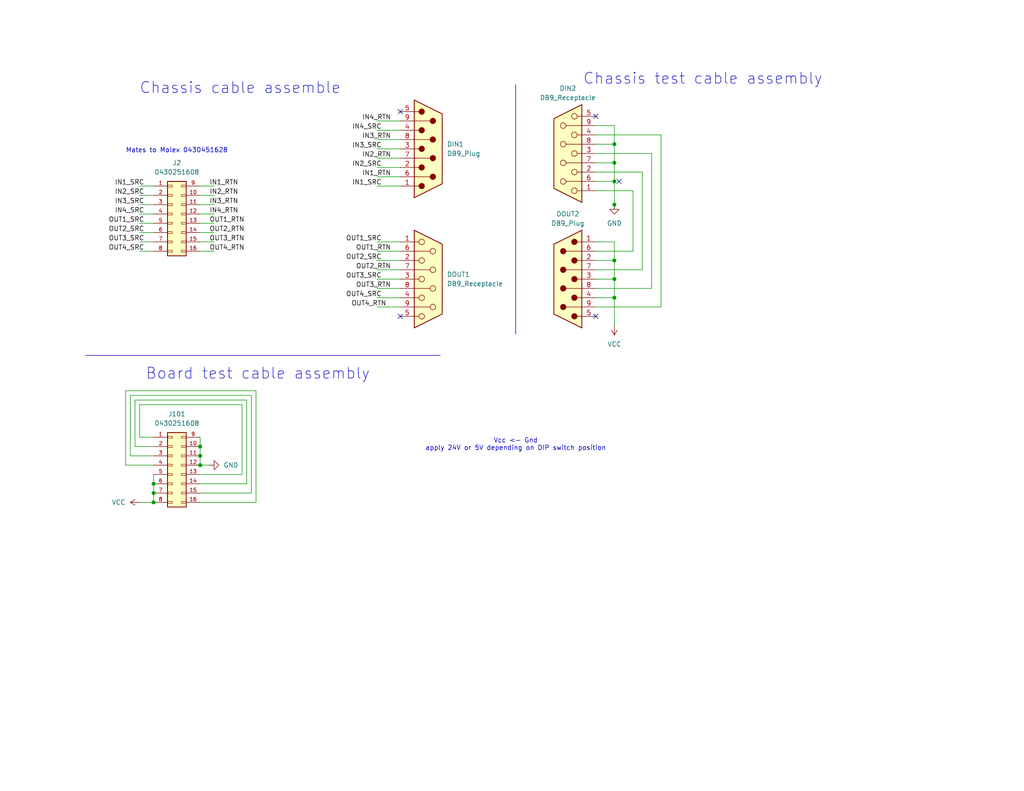
<source format=kicad_sch>
(kicad_sch (version 20231120) (generator "eeschema") (generator_version "8.0")
  (paper "USLetter")
  (title_block (title "Quartz MPS I/O Wire Harnesses") (company "Osprey DCS"))
  (lib_symbols
    (symbol "0local:430451628" (pin_names (offset 1.016))
      (property "Reference" "J2" (at 0 16.51 0))
      (property "Value" "430451628" (at 0 13.97 0))
      (symbol "430451628_0_0"
        (rectangle (start -2.54 11.43) (end 2.54 -8.89) (stroke (width 0.254)) (fill (type background)))
        (polyline (pts (xy -2.54 -7.874) (xy -1.27 -7.874)) (stroke (width 0.127)))
        (polyline (pts (xy -2.54 -7.366) (xy -1.27 -7.366)) (stroke (width 0.127)))
        (polyline (pts (xy -2.54 -5.334) (xy -1.27 -5.334)) (stroke (width 0.127)))
        (polyline (pts (xy -2.54 -4.826) (xy -1.27 -4.826)) (stroke (width 0.127)))
        (polyline (pts (xy -2.54 -2.794) (xy -1.27 -2.794)) (stroke (width 0.127)))
        (polyline (pts (xy -2.54 -2.286) (xy -1.27 -2.286)) (stroke (width 0.127)))
        (polyline (pts (xy -2.54 -0.254) (xy -1.27 -0.254)) (stroke (width 0.127)))
        (polyline (pts (xy -2.54 0.254) (xy -1.27 0.254)) (stroke (width 0.127)))
        (polyline (pts (xy -2.54 2.286) (xy -1.27 2.286)) (stroke (width 0.127)))
        (polyline (pts (xy -2.54 2.794) (xy -1.27 2.794)) (stroke (width 0.127)))
        (polyline (pts (xy -2.54 4.826) (xy -1.27 4.826)) (stroke (width 0.127)))
        (polyline (pts (xy -2.54 5.334) (xy -1.27 5.334)) (stroke (width 0.127)))
        (polyline (pts (xy -2.54 7.366) (xy -1.27 7.366)) (stroke (width 0.127)))
        (polyline (pts (xy -2.54 7.874) (xy -1.27 7.874)) (stroke (width 0.127)))
        (polyline (pts (xy -2.54 9.906) (xy -1.27 9.906)) (stroke (width 0.127)))
        (polyline (pts (xy -2.54 10.414) (xy -1.27 10.414)) (stroke (width 0.127)))
        (polyline (pts (xy -1.27 -7.366) (xy -1.27 -7.874)) (stroke (width 0.127)))
        (polyline (pts (xy -1.27 -4.826) (xy -1.27 -5.334)) (stroke (width 0.127)))
        (polyline (pts (xy -1.27 -2.286) (xy -1.27 -2.794)) (stroke (width 0.127)))
        (polyline (pts (xy -1.27 0.254) (xy -1.27 -0.254)) (stroke (width 0.127)))
        (polyline (pts (xy -1.27 2.794) (xy -1.27 2.286)) (stroke (width 0.127)))
        (polyline (pts (xy -1.27 5.334) (xy -1.27 4.826)) (stroke (width 0.127)))
        (polyline (pts (xy -1.27 7.874) (xy -1.27 7.366)) (stroke (width 0.127)))
        (polyline (pts (xy -1.27 10.414) (xy -1.27 9.906)) (stroke (width 0.127)))
        (polyline (pts (xy 1.27 -7.366) (xy 1.27 -7.874)) (stroke (width 0.127)))
        (polyline (pts (xy 1.27 -4.826) (xy 1.27 -5.334)) (stroke (width 0.127)))
        (polyline (pts (xy 1.27 -2.286) (xy 1.27 -2.794)) (stroke (width 0.127)))
        (polyline (pts (xy 1.27 0.254) (xy 1.27 -0.254)) (stroke (width 0.127)))
        (polyline (pts (xy 1.27 2.794) (xy 1.27 2.286)) (stroke (width 0.127)))
        (polyline (pts (xy 1.27 5.334) (xy 1.27 4.826)) (stroke (width 0.127)))
        (polyline (pts (xy 1.27 7.874) (xy 1.27 7.366)) (stroke (width 0.127)))
        (polyline (pts (xy 1.27 10.414) (xy 1.27 9.906)) (stroke (width 0.127)))
        (polyline (pts (xy 2.54 -7.874) (xy 1.27 -7.874)) (stroke (width 0.127)))
        (polyline (pts (xy 2.54 -7.366) (xy 1.27 -7.366)) (stroke (width 0.127)))
        (polyline (pts (xy 2.54 -5.334) (xy 1.27 -5.334)) (stroke (width 0.127)))
        (polyline (pts (xy 2.54 -4.826) (xy 1.27 -4.826)) (stroke (width 0.127)))
        (polyline (pts (xy 2.54 -2.794) (xy 1.27 -2.794)) (stroke (width 0.127)))
        (polyline (pts (xy 2.54 -2.286) (xy 1.27 -2.286)) (stroke (width 0.127)))
        (polyline (pts (xy 2.54 -0.254) (xy 1.27 -0.254)) (stroke (width 0.127)))
        (polyline (pts (xy 2.54 0.254) (xy 1.27 0.254)) (stroke (width 0.127)))
        (polyline (pts (xy 2.54 2.286) (xy 1.27 2.286)) (stroke (width 0.127)))
        (polyline (pts (xy 2.54 2.794) (xy 1.27 2.794)) (stroke (width 0.127)))
        (polyline (pts (xy 2.54 4.826) (xy 1.27 4.826)) (stroke (width 0.127)))
        (polyline (pts (xy 2.54 5.334) (xy 1.27 5.334)) (stroke (width 0.127)))
        (polyline (pts (xy 2.54 7.366) (xy 1.27 7.366)) (stroke (width 0.127)))
        (polyline (pts (xy 2.54 7.874) (xy 1.27 7.874)) (stroke (width 0.127)))
        (polyline (pts (xy 2.54 9.906) (xy 1.27 9.906)) (stroke (width 0.127)))
        (polyline (pts (xy 2.54 10.414) (xy 1.27 10.414)) (stroke (width 0.127)))
      )
      (symbol "430451628_1_0"
        (pin passive line (at -6.35 10.16 0) (length 3.81) (name "") (number "1"))
        (pin passive line (at 6.35 7.62 180) (length 3.81) (name "") (number "10"))
        (pin passive line (at 6.35 5.08 180) (length 3.81) (name "") (number "11"))
        (pin passive line (at 6.35 2.54 180) (length 3.81) (name "") (number "12"))
        (pin passive line (at 6.35 0 180) (length 3.81) (name "") (number "13"))
        (pin passive line (at 6.35 -2.54 180) (length 3.81) (name "") (number "14"))
        (pin passive line (at 6.35 -5.08 180) (length 3.81) (name "") (number "15"))
        (pin passive line (at 6.35 -7.62 180) (length 3.81) (name "") (number "16"))
        (pin passive line (at -6.35 7.62 0) (length 3.81) (name "") (number "2"))
        (pin passive line (at -6.35 5.08 0) (length 3.81) (name "") (number "3"))
        (pin passive line (at -6.35 2.54 0) (length 3.81) (name "") (number "4"))
        (pin passive line (at -6.35 0 0) (length 3.81) (name "") (number "5"))
        (pin passive line (at -6.35 -2.54 0) (length 3.81) (name "") (number "6"))
        (pin passive line (at -6.35 -5.08 0) (length 3.81) (name "") (number "7"))
        (pin passive line (at -6.35 -7.62 0) (length 3.81) (name "") (number "8"))
        (pin passive line (at 6.35 10.16 180) (length 3.81) (name "") (number "9"))
      )
    )
    (symbol "Connector:DE9_Plug" (pin_names (offset 1.016) hide)
      (property "Reference" "J" (at 0 13.97 0))
      (property "Value" "DE9_Plug" (at 0 -14.605 0))
      (symbol "DE9_Plug_0_1"
        (circle (center -1.778 -10.16) (radius 0.762) (fill (type outline)))
        (circle (center -1.778 -5.08) (radius 0.762) (fill (type outline)))
        (circle (center -1.778 0) (radius 0.762) (fill (type outline)))
        (circle (center -1.778 5.08) (radius 0.762) (fill (type outline)))
        (circle (center -1.778 10.16) (radius 0.762) (fill (type outline)))
        (polyline (pts (xy -3.81 -10.16) (xy -2.54 -10.16)))
        (polyline (pts (xy -3.81 -7.62) (xy 0.508 -7.62)))
        (polyline (pts (xy -3.81 -5.08) (xy -2.54 -5.08)))
        (polyline (pts (xy -3.81 -2.54) (xy 0.508 -2.54)))
        (polyline (pts (xy -3.81 0) (xy -2.54 0)))
        (polyline (pts (xy -3.81 2.54) (xy 0.508 2.54)))
        (polyline (pts (xy -3.81 5.08) (xy -2.54 5.08)))
        (polyline (pts (xy -3.81 7.62) (xy 0.508 7.62)))
        (polyline (pts (xy -3.81 10.16) (xy -2.54 10.16)))
        (polyline (pts (xy -3.81 -13.335) (xy -3.81 13.335) (xy 3.81 9.525) (xy 3.81 -9.525) (xy -3.81 -13.335)) (stroke (width 0.254)) (fill (type background)))
        (circle (center 1.27 -7.62) (radius 0.762) (fill (type outline)))
        (circle (center 1.27 -2.54) (radius 0.762) (fill (type outline)))
        (circle (center 1.27 2.54) (radius 0.762) (fill (type outline)))
        (circle (center 1.27 7.62) (radius 0.762) (fill (type outline)))
      )
      (symbol "DE9_Plug_1_1"
        (pin passive line (at -7.62 -10.16 0) (length 3.81) (name "1") (number "1"))
        (pin passive line (at -7.62 -5.08 0) (length 3.81) (name "2") (number "2"))
        (pin passive line (at -7.62 0 0) (length 3.81) (name "3") (number "3"))
        (pin passive line (at -7.62 5.08 0) (length 3.81) (name "4") (number "4"))
        (pin passive line (at -7.62 10.16 0) (length 3.81) (name "5") (number "5"))
        (pin passive line (at -7.62 -7.62 0) (length 3.81) (name "6") (number "6"))
        (pin passive line (at -7.62 -2.54 0) (length 3.81) (name "7") (number "7"))
        (pin passive line (at -7.62 2.54 0) (length 3.81) (name "8") (number "8"))
        (pin passive line (at -7.62 7.62 0) (length 3.81) (name "9") (number "9"))
      )
    )
    (symbol "Connector:DE9_Receptacle" (pin_names (offset 1.016) hide)
      (property "Reference" "J" (at 0 13.97 0))
      (property "Value" "DE9_Receptacle" (at 0 -14.605 0))
      (symbol "DE9_Receptacle_0_1"
        (circle (center -1.778 -10.16) (radius 0.762))
        (circle (center -1.778 -5.08) (radius 0.762))
        (circle (center -1.778 0) (radius 0.762))
        (circle (center -1.778 5.08) (radius 0.762))
        (circle (center -1.778 10.16) (radius 0.762))
        (polyline (pts (xy -3.81 -10.16) (xy -2.54 -10.16)))
        (polyline (pts (xy -3.81 -7.62) (xy 0.508 -7.62)))
        (polyline (pts (xy -3.81 -5.08) (xy -2.54 -5.08)))
        (polyline (pts (xy -3.81 -2.54) (xy 0.508 -2.54)))
        (polyline (pts (xy -3.81 0) (xy -2.54 0)))
        (polyline (pts (xy -3.81 2.54) (xy 0.508 2.54)))
        (polyline (pts (xy -3.81 5.08) (xy -2.54 5.08)))
        (polyline (pts (xy -3.81 7.62) (xy 0.508 7.62)))
        (polyline (pts (xy -3.81 10.16) (xy -2.54 10.16)))
        (polyline (pts (xy -3.81 13.335) (xy -3.81 -13.335) (xy 3.81 -9.525) (xy 3.81 9.525) (xy -3.81 13.335)) (stroke (width 0.254)) (fill (type background)))
        (circle (center 1.27 -7.62) (radius 0.762))
        (circle (center 1.27 -2.54) (radius 0.762))
        (circle (center 1.27 2.54) (radius 0.762))
        (circle (center 1.27 7.62) (radius 0.762))
      )
      (symbol "DE9_Receptacle_1_1"
        (pin passive line (at -7.62 10.16 0) (length 3.81) (name "1") (number "1"))
        (pin passive line (at -7.62 5.08 0) (length 3.81) (name "2") (number "2"))
        (pin passive line (at -7.62 0 0) (length 3.81) (name "3") (number "3"))
        (pin passive line (at -7.62 -5.08 0) (length 3.81) (name "4") (number "4"))
        (pin passive line (at -7.62 -10.16 0) (length 3.81) (name "5") (number "5"))
        (pin passive line (at -7.62 7.62 0) (length 3.81) (name "6") (number "6"))
        (pin passive line (at -7.62 2.54 0) (length 3.81) (name "7") (number "7"))
        (pin passive line (at -7.62 -2.54 0) (length 3.81) (name "8") (number "8"))
        (pin passive line (at -7.62 -7.62 0) (length 3.81) (name "9") (number "9"))
      )
    )
    (symbol "power:GND" (power) (pin_numbers hide) (pin_names (offset 0) hide)
      (property "Value" "GND" (at 0 -3.81 0))
      (symbol "GND_0_1"
        (polyline (pts (xy 0 0) (xy 0 -1.27) (xy 1.27 -1.27) (xy 0 -2.54) (xy -1.27 -1.27) (xy 0 -1.27)))
      )
      (symbol "GND_1_1"
        (pin power_in line (at 0 0 270) (length 0) (name "~") (number "1"))
      )
    )
    (symbol "power:VCC" (power) (pin_numbers hide) (pin_names (offset 0) hide)
      (property "Value" "VCC" (at 0 3.556 0))
      (symbol "VCC_0_1"
        (polyline (pts (xy -0.762 1.27) (xy 0 2.54)))
        (polyline (pts (xy 0 0) (xy 0 2.54)))
        (polyline (pts (xy 0 2.54) (xy 0.762 1.27)))
      )
      (symbol "VCC_1_1"
        (pin power_in line (at 0 0 90) (length 0) (name "~") (number "1"))
      )
    )
  )
  (junction (at 167.64 55.88))
  (junction (at 54.61 121.92))
  (junction (at 41.91 137.16))
  (junction (at 167.64 81.28))
  (junction (at 167.64 76.2))
  (junction (at 54.61 124.46))
  (junction (at 167.64 39.37))
  (junction (at 54.61 127))
  (junction (at 167.64 49.53))
  (junction (at 41.91 132.08))
  (junction (at 167.64 71.12))
  (junction (at 41.91 134.62))
  (junction (at 167.64 44.45))
  (no_connect (at 168.91 49.53))
  (no_connect (at 162.56 31.75))
  (no_connect (at 162.56 86.36))
  (no_connect (at 109.22 30.48))
  (no_connect (at 109.22 86.36))
  (wire (pts (xy 175.26 46.99) (xy 175.26 73.66)))
  (wire (pts (xy 41.91 119.38) (xy 38.1 119.38)))
  (wire (pts (xy 38.1 50.8) (xy 41.91 50.8)))
  (wire (pts (xy 66.04 129.54) (xy 54.61 129.54)))
  (wire (pts (xy 38.1 66.04) (xy 41.91 66.04)))
  (wire (pts (xy 167.64 39.37) (xy 167.64 44.45)))
  (wire (pts (xy 67.31 132.08) (xy 54.61 132.08)))
  (wire (pts (xy 54.61 66.04) (xy 58.42 66.04)))
  (wire (pts (xy 102.87 50.8) (xy 109.22 50.8)))
  (wire (pts (xy 54.61 55.88) (xy 58.42 55.88)))
  (wire (pts (xy 180.34 36.83) (xy 180.34 83.82)))
  (wire (pts (xy 38.1 60.96) (xy 41.91 60.96)))
  (wire (pts (xy 162.56 36.83) (xy 180.34 36.83)))
  (polyline (pts (xy 140.716 23.114) (xy 140.716 91.186)))
  (wire (pts (xy 54.61 119.38) (xy 54.61 121.92)))
  (wire (pts (xy 67.31 109.22) (xy 67.31 132.08)))
  (wire (pts (xy 102.87 38.1) (xy 109.22 38.1)))
  (wire (pts (xy 41.91 134.62) (xy 41.91 137.16)))
  (wire (pts (xy 54.61 124.46) (xy 54.61 127)))
  (wire (pts (xy 38.1 119.38) (xy 38.1 110.49)))
  (wire (pts (xy 177.8 78.74) (xy 162.56 78.74)))
  (wire (pts (xy 35.56 107.95) (xy 68.58 107.95)))
  (wire (pts (xy 68.58 134.62) (xy 54.61 134.62)))
  (wire (pts (xy 172.72 68.58) (xy 162.56 68.58)))
  (wire (pts (xy 102.87 73.66) (xy 109.22 73.66)))
  (wire (pts (xy 162.56 39.37) (xy 167.64 39.37)))
  (wire (pts (xy 162.56 76.2) (xy 167.64 76.2)))
  (wire (pts (xy 102.87 68.58) (xy 109.22 68.58)))
  (wire (pts (xy 177.8 41.91) (xy 177.8 78.74)))
  (wire (pts (xy 34.29 106.68) (xy 69.85 106.68)))
  (wire (pts (xy 167.64 44.45) (xy 167.64 49.53)))
  (wire (pts (xy 102.87 43.18) (xy 109.22 43.18)))
  (wire (pts (xy 167.64 55.88) (xy 167.64 57.15)))
  (wire (pts (xy 167.64 49.53) (xy 167.64 55.88)))
  (wire (pts (xy 102.87 35.56) (xy 109.22 35.56)))
  (wire (pts (xy 38.1 110.49) (xy 66.04 110.49)))
  (wire (pts (xy 167.64 76.2) (xy 167.64 71.12)))
  (wire (pts (xy 162.56 44.45) (xy 167.64 44.45)))
  (wire (pts (xy 167.64 66.04) (xy 162.56 66.04)))
  (wire (pts (xy 162.56 41.91) (xy 177.8 41.91)))
  (wire (pts (xy 102.87 33.02) (xy 109.22 33.02)))
  (wire (pts (xy 167.64 81.28) (xy 167.64 76.2)))
  (wire (pts (xy 54.61 53.34) (xy 58.42 53.34)))
  (wire (pts (xy 69.85 106.68) (xy 69.85 137.16)))
  (wire (pts (xy 102.87 66.04) (xy 109.22 66.04)))
  (wire (pts (xy 102.87 76.2) (xy 109.22 76.2)))
  (wire (pts (xy 41.91 129.54) (xy 41.91 132.08)))
  (wire (pts (xy 172.72 52.07) (xy 172.72 68.58)))
  (wire (pts (xy 180.34 83.82) (xy 162.56 83.82)))
  (wire (pts (xy 54.61 58.42) (xy 58.42 58.42)))
  (wire (pts (xy 162.56 49.53) (xy 167.64 49.53)))
  (wire (pts (xy 162.56 34.29) (xy 167.64 34.29)))
  (wire (pts (xy 36.83 121.92) (xy 36.83 109.22)))
  (wire (pts (xy 167.64 71.12) (xy 167.64 66.04)))
  (wire (pts (xy 38.1 55.88) (xy 41.91 55.88)))
  (wire (pts (xy 54.61 127) (xy 57.15 127)))
  (wire (pts (xy 38.1 53.34) (xy 41.91 53.34)))
  (wire (pts (xy 41.91 127) (xy 34.29 127)))
  (wire (pts (xy 175.26 73.66) (xy 162.56 73.66)))
  (wire (pts (xy 167.64 34.29) (xy 167.64 39.37)))
  (wire (pts (xy 54.61 50.8) (xy 58.42 50.8)))
  (wire (pts (xy 54.61 60.96) (xy 58.42 60.96)))
  (wire (pts (xy 54.61 68.58) (xy 58.42 68.58)))
  (wire (pts (xy 54.61 121.92) (xy 54.61 124.46)))
  (wire (pts (xy 102.87 71.12) (xy 109.22 71.12)))
  (wire (pts (xy 102.87 48.26) (xy 109.22 48.26)))
  (wire (pts (xy 38.1 63.5) (xy 41.91 63.5)))
  (wire (pts (xy 54.61 63.5) (xy 58.42 63.5)))
  (wire (pts (xy 38.1 137.16) (xy 41.91 137.16)))
  (wire (pts (xy 162.56 52.07) (xy 172.72 52.07)))
  (wire (pts (xy 36.83 109.22) (xy 67.31 109.22)))
  (wire (pts (xy 41.91 124.46) (xy 35.56 124.46)))
  (wire (pts (xy 35.56 124.46) (xy 35.56 107.95)))
  (wire (pts (xy 167.64 88.9) (xy 167.64 81.28)))
  (wire (pts (xy 102.87 83.82) (xy 109.22 83.82)))
  (wire (pts (xy 162.56 71.12) (xy 167.64 71.12)))
  (wire (pts (xy 162.56 81.28) (xy 167.64 81.28)))
  (wire (pts (xy 102.87 45.72) (xy 109.22 45.72)))
  (wire (pts (xy 41.91 132.08) (xy 41.91 134.62)))
  (polyline (pts (xy 23.368 97.028) (xy 120.142 97.028)))
  (wire (pts (xy 102.87 78.74) (xy 109.22 78.74)))
  (wire (pts (xy 102.87 40.64) (xy 109.22 40.64)))
  (wire (pts (xy 68.58 107.95) (xy 68.58 134.62)))
  (wire (pts (xy 162.56 46.99) (xy 175.26 46.99)))
  (wire (pts (xy 34.29 127) (xy 34.29 106.68)))
  (wire (pts (xy 66.04 110.49) (xy 66.04 129.54)))
  (wire (pts (xy 102.87 81.28) (xy 109.22 81.28)))
  (wire (pts (xy 41.91 121.92) (xy 36.83 121.92)))
  (wire (pts (xy 38.1 58.42) (xy 41.91 58.42)))
  (wire (pts (xy 69.85 137.16) (xy 54.61 137.16)))
  (wire (pts (xy 38.1 68.58) (xy 41.91 68.58)))
  (text "Chassis test cable assembly" (at 191.77 21.59 0) (effects (font (size 3 3))))
  (text "Chassis cable assemble" (at 65.532 24.13 0) (effects (font (size 3 3))))
  (text "Board test cable assembly" (at 70.358 102.108 0) (effects (font (size 3 3))))
  (text "Mates to Molex 0430451628" (at 48.26 41.148 0) (effects (font (size 1.27 1.27))))
  (text "Vcc <- Gnd\napply 24V or 5V depending on DIP switch position" (at 140.716 121.412 0) (effects (font (size 1.27 1.27))))
  (label "IN3_RTN" (at 106.68 38.1 180))
  (label "IN2_SRC" (at 39.37 53.34 180))
  (label "IN1_RTN" (at 57.15 50.8 0))
  (label "IN2_RTN" (at 57.15 53.34 0))
  (label "IN2_RTN" (at 106.68 43.18 180))
  (label "OUT3_SRC" (at 104.14 76.2 180))
  (label "OUT2_SRC" (at 104.14 71.12 180))
  (label "OUT3_RTN" (at 106.68 78.74 180))
  (label "IN3_SRC" (at 39.37 55.88 180))
  (label "IN3_SRC" (at 104.14 40.64 180))
  (label "OUT2_RTN" (at 106.68 73.66 180))
  (label "IN1_SRC" (at 39.37 50.8 180))
  (label "OUT1_RTN" (at 57.15 60.96 0))
  (label "OUT2_SRC" (at 39.37 63.5 180))
  (label "OUT1_SRC" (at 39.37 60.96 180))
  (label "OUT4_SRC" (at 39.37 68.58 180))
  (label "OUT1_RTN" (at 106.68 68.58 180))
  (label "IN2_SRC" (at 104.14 45.72 180))
  (label "OUT3_RTN" (at 57.15 66.04 0))
  (label "OUT2_RTN" (at 57.15 63.5 0))
  (label "OUT1_SRC" (at 104.14 66.04 180))
  (label "OUT3_SRC" (at 39.37 66.04 180))
  (label "IN4_SRC" (at 104.14 35.56 180))
  (label "IN4_RTN" (at 57.15 58.42 0))
  (label "IN1_RTN" (at 106.68 48.26 180))
  (label "OUT4_RTN" (at 57.15 68.58 0))
  (label "IN4_SRC" (at 39.37 58.42 180))
  (label "OUT4_RTN" (at 105.41 83.82 180))
  (label "OUT4_SRC" (at 104.14 81.28 180))
  (label "IN4_RTN" (at 106.68 33.02 180))
  (label "IN1_SRC" (at 104.14 50.8 180))
  (label "IN3_RTN" (at 57.15 55.88 0))
  (symbol (lib_id "Connector:DE9_Plug") (at 116.84 40.64 0) (unit 1)
    (property "Reference" "DIN1" (at 121.92 39.3699 0) (effects (justify left)))
    (property "Value" "DB9_Plug" (at 121.92 41.9099 0) (effects (justify left)))
    (property "Description" "9-pin male plug pin D-SUB connector" (effects (hide yes)))
  )
  (symbol (lib_id "0local:430451628") (at 48.26 129.54 0) (unit 1)
    (property "Reference" "J101" (at 48.26 113.03 0))
    (property "Value" "0430251608" (at 48.26 115.57 0))
    (property "Footprint" "0local:430451628" (effects (hide yes)))
    (property "Datasheet" "https://tools.molex.com/pdm_docs/ps/PS-43045.pdf" (effects (hide yes)))
    (property "Description" "16 Rectangular Connectors - Housings Receptacle Black 0.118\" (3.00mm)" (effects (hide yes)))
    (property "Digikey" "WM13212-ND" (effects (hide yes)))
    (property "MPN" "0430251608" (effects (hide yes)))
  )
  (symbol (lib_id "power:VCC") (at 167.64 88.9 180) (unit 1)
    (property "Reference" "#PWR0104" (effects (hide yes)))
    (property "Value" "VCC" (at 167.64 93.98 0))
    (property "Description" "Power symbol creates a global label with name \"VCC\"" (effects (hide yes)))
  )
  (symbol (lib_id "Connector:DE9_Plug") (at 154.94 76.2 180) (unit 1)
    (property "Reference" "DOUT2" (at 154.94 58.42 0))
    (property "Value" "DB9_Plug" (at 154.94 60.96 0))
    (property "Description" "9-pin male plug pin D-SUB connector" (effects (hide yes)))
  )
  (symbol (lib_id "Connector:DE9_Receptacle") (at 154.94 41.91 180) (unit 1)
    (property "Reference" "DIN2" (at 154.94 24.13 0))
    (property "Value" "DB9_Receptacle" (at 154.94 26.67 0))
    (property "Description" "9-pin female receptacle socket D-SUB connector" (effects (hide yes)))
  )
  (symbol (lib_id "power:VCC") (at 38.1 137.16 90) (unit 1)
    (property "Reference" "#PWR0102" (effects (hide yes)))
    (property "Value" "VCC" (at 34.29 137.1599 90) (effects (justify left)))
    (property "Description" "Power symbol creates a global label with name \"VCC\"" (effects (hide yes)))
  )
  (symbol (lib_id "Connector:DE9_Receptacle") (at 116.84 76.2 0) (unit 1)
    (property "Reference" "DOUT1" (at 121.92 74.9299 0) (effects (justify left)))
    (property "Value" "DB9_Receptacle" (at 121.92 77.4699 0) (effects (justify left)))
    (property "Description" "9-pin female receptacle socket D-SUB connector" (effects (hide yes)))
  )
  (symbol (lib_id "power:GND") (at 167.64 55.88 0) (unit 1)
    (property "Reference" "#PWR0103" (effects (hide yes)))
    (property "Value" "GND" (at 167.64 60.96 0))
    (property "Description" "Power symbol creates a global label with name \"GND\" , ground" (effects (hide yes)))
  )
  (symbol (lib_id "power:GND") (at 57.15 127 90) (unit 1)
    (property "Reference" "#PWR0101" (effects (hide yes)))
    (property "Value" "GND" (at 60.96 126.9999 90) (effects (justify right)))
    (property "Description" "Power symbol creates a global label with name \"GND\" , ground" (effects (hide yes)))
  )
  (symbol (lib_id "0local:430451628") (at 48.26 60.96 0) (unit 1)
    (property "Reference" "J2" (at 48.26 44.45 0))
    (property "Value" "0430251608" (at 48.26 46.99 0))
    (property "Footprint" "0local:430451628" (effects (hide yes)))
    (property "Datasheet" "https://tools.molex.com/pdm_docs/ps/PS-43045.pdf" (effects (hide yes)))
    (property "Description" "16 Rectangular Connectors - Housings Receptacle Black 0.118\" (3.00mm)" (effects (hide yes)))
    (property "Digikey" "WM13212-ND" (effects (hide yes)))
    (property "MPN" "0430251608" (effects (hide yes)))
  )
)
</source>
